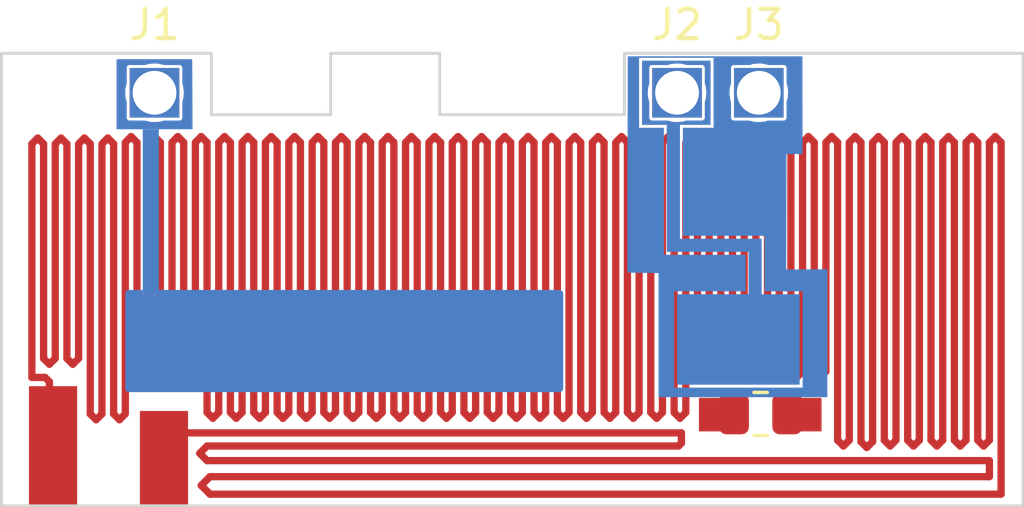
<source format=kicad_pcb>
(kicad_pcb (version 20240108) (generator "pcbnew") (generator_version "8.0")
  (layers (0 "F.Cu" signal) (31 "B.Cu" signal) (34 "B.Paste" user) (35 "F.Paste" user) (36 "B.SilkS" user "B.Silkscreen") (37 "F.SilkS" user "F.Silkscreen") (44 "Edge.Cuts" user))
  (net 0 "")
  (net 4 "C1")
  (net 5 "C2")
  (net 6 "12V")
  (footprint "Resistor_SMD:R_0805_2012Metric" (layer "F.Cu") (at 166.5625 104.65)
    (property "Reference" "R1" (hide yes))
    (property "Value" "100" (hide yes))
    (fp_line (start -0.227064 -0.735) (end 0.227064 -0.735) (stroke (width 0.12)) (layer "F.SilkS"))
    (fp_line (start -0.227064 0.735) (end 0.227064 0.735) (stroke (width 0.12)) (layer "F.SilkS"))
    (pad "1" smd roundrect (at -0.9125 0) (size 1.025 1.4) (layers "F.Cu" "F.Paste" "F.Mask") (roundrect_rratio 0.243902439) (net 4 "C1"))
    (pad "2" smd roundrect (at 0.9125 0) (size 1.025 1.4) (layers "F.Cu" "F.Paste" "F.Mask") (roundrect_rratio 0.243902439) (net 5 "C2"))
  )
  (footprint "MKL:PogoPin_1x01" (layer "F.Cu") (at 145.8 93.65)
    (property "Reference" "J1" (at 0 -2.33 0) (layer "F.SilkS"))
    (property "Value" "Conn_01x01" (hide yes))
    (pad "1" thru_hole rect (at 0 0) (size 1.7 1.7) (drill 1.5) (layers "*.Cu" "*.Mask"))
  )
  (footprint "MKL:PogoPin_1x01" (layer "F.Cu") (at 163.7 93.65)
    (property "Reference" "J2" (at 0 -2.33 0) (layer "F.SilkS"))
    (property "Value" "Conn_01x01" (hide yes))
    (pad "1" thru_hole rect (at 0 0) (size 1.7 1.7) (drill 1.5) (layers "*.Cu" "*.Mask"))
  )
  (footprint "MKL:PogoPin_1x01" (layer "F.Cu") (at 166.5 93.65)
    (property "Reference" "J3" (at 0 -2.33 0) (layer "F.SilkS"))
    (property "Value" "Conn_01x01" (hide yes))
    (pad "1" thru_hole rect (at 0 0) (size 1.7 1.7) (drill 1.5) (layers "*.Cu" "*.Mask"))
  )
  (gr_line (start 151.835296 92.3) (end 151.835296 94.399123) (stroke (width 0.1)) (layer "Edge.Cuts"))
  (gr_line (start 147.748701 94.399123) (end 147.748701 92.3) (stroke (width 0.1)) (layer "Edge.Cuts"))
  (gr_line (start 155.567466 94.399123) (end 155.567466 92.3) (stroke (width 0.1)) (layer "Edge.Cuts"))
  (gr_line (start 175.557598 107.8) (end 175.557598 92.3) (stroke (width 0.1)) (layer "Edge.Cuts"))
  (gr_line (start 140.557598 92.3) (end 140.557598 107.8) (stroke (width 0.1)) (layer "Edge.Cuts"))
  (gr_line (start 147.748701 92.3) (end 140.557598 92.3) (stroke (width 0.1)) (layer "Edge.Cuts"))
  (gr_line (start 151.835296 94.399123) (end 147.748701 94.399123) (stroke (width 0.1)) (layer "Edge.Cuts"))
  (gr_line (start 161.897765 92.3) (end 161.897765 94.399123) (stroke (width 0.1)) (layer "Edge.Cuts"))
  (gr_line (start 155.567466 92.3) (end 151.835296 92.3) (stroke (width 0.1)) (layer "Edge.Cuts"))
  (gr_line (start 161.897765 94.399123) (end 155.567466 94.399123) (stroke (width 0.1)) (layer "Edge.Cuts"))
  (gr_line (start 140.557598 107.8) (end 175.557598 107.8) (stroke (width 0.1)) (layer "Edge.Cuts"))
  (gr_line (start 175.557598 92.3) (end 161.897765 92.3) (stroke (width 0.1)) (layer "Edge.Cuts"))
  (segment (start 163.85 105.65) (end 163.85 105.3) (width 0.25) (layer "F.Cu") (net 6))
  (segment (start 160.4 95.35) (end 160.4 104.6) (width 0.25) (layer "F.Cu") (net 6))
  (segment (start 148.8 95.35) (end 149 95.15) (width 0.25) (layer "F.Cu") (net 6))
  (segment (start 141.8 95.2) (end 142 95.4) (width 0.25) (layer "F.Cu") (net 6))
  (segment (start 165.6 103.25) (end 165.6 95.4) (width 0.25) (layer "F.Cu") (net 6))
  (segment (start 151.6 95.35) (end 151.6 104.6) (width 0.25) (layer "F.Cu") (net 6))
  (segment (start 151.4 95.15) (end 151.6 95.35) (width 0.25) (layer "F.Cu") (net 6))
  (segment (start 172 105.55) (end 172 95.4) (width 0.25) (layer "F.Cu") (net 6))
  (segment (start 142.05 103.4) (end 141.6 103.4) (width 0.25) (layer "F.Cu") (net 6))
  (segment (start 148.6 104.8) (end 148.8 104.6) (width 0.25) (layer "F.Cu") (net 6))
  (segment (start 162.8 95.35) (end 162.8 104.6) (width 0.25) (layer "F.Cu") (net 6))
  (segment (start 164 104.6) (end 164 95.4) (width 0.25) (layer "F.Cu") (net 6))
  (segment (start 172.2 95.15) (end 172.4 95.35) (width 0.25) (layer "F.Cu") (net 6))
  (segment (start 147.35 106) (end 147.6 105.75) (width 0.25) (layer "F.Cu") (net 6))
  (segment (start 153.6 104.6) (end 153.6 95.4) (width 0.25) (layer "F.Cu") (net 6))
  (segment (start 169.8 95.15) (end 170 95.35) (width 0.25) (layer "F.Cu") (net 6))
  (segment (start 162 104.6) (end 162.2 104.8) (width 0.25) (layer "F.Cu") (net 6))
  (segment (start 162.4 95.35) (end 162.6 95.15) (width 0.25) (layer "F.Cu") (net 6))
  (segment (start 156.2 95.15) (end 156.4 95.35) (width 0.25) (layer "F.Cu") (net 6))
  (segment (start 161 95.15) (end 161.2 95.35) (width 0.25) (layer "F.Cu") (net 6))
  (segment (start 174.4 95.35) (end 174.6 95.15) (width 0.25) (layer "F.Cu") (net 6))
  (segment (start 165.2 95.35) (end 165.2 103.25) (width 0.25) (layer "F.Cu") (net 6))
  (segment (start 147.2 95.35) (end 147.4 95.15) (width 0.25) (layer "F.Cu") (net 6))
  (segment (start 171.2 105.55) (end 171.2 95.4) (width 0.25) (layer "F.Cu") (net 6))
  (segment (start 155.6 95.35) (end 155.6 104.6) (width 0.25) (layer "F.Cu") (net 6))
  (segment (start 152 104.6) (end 152 95.4) (width 0.25) (layer "F.Cu") (net 6))
  (segment (start 166 103.2) (end 166.2 103.4) (width 0.25) (layer "F.Cu") (net 6))
  (segment (start 165.2 103.25) (end 165.4 103.45) (width 0.25) (layer "F.Cu") (net 6))
  (segment (start 154 104.6) (end 154.2 104.8) (width 0.25) (layer "F.Cu") (net 6))
  (segment (start 169.2 105.55) (end 169.4 105.75) (width 0.25) (layer "F.Cu") (net 6))
  (segment (start 155 104.8) (end 155.2 104.6) (width 0.25) (layer "F.Cu") (net 6))
  (segment (start 146 95.35) (end 146 103.45) (width 0.25) (layer "F.Cu") (net 6))
  (segment (start 147.7 106.8) (end 174.4 106.8) (width 0.25) (layer "F.Cu") (net 6))
  (segment (start 155.2 95.35) (end 155.4 95.15) (width 0.25) (layer "F.Cu") (net 6))
  (segment (start 163.6 95.35) (end 163.6 104.6) (width 0.25) (layer "F.Cu") (net 6))
  (segment (start 170.6 95.15) (end 170.8 95.35) (width 0.25) (layer "F.Cu") (net 6))
  (segment (start 168.4 103.2) (end 168.6 103.4) (width 0.25) (layer "F.Cu") (net 6))
  (segment (start 168.4 95.35) (end 168.4 103.2) (width 0.25) (layer "F.Cu") (net 6))
  (segment (start 152 95.35) (end 152.2 95.15) (width 0.25) (layer "F.Cu") (net 6))
  (segment (start 156 104.6) (end 156 95.4) (width 0.25) (layer "F.Cu") (net 6))
  (segment (start 160.8 95.35) (end 161 95.15) (width 0.25) (layer "F.Cu") (net 6))
  (segment (start 154.4 95.35) (end 154.6 95.15) (width 0.25) (layer "F.Cu") (net 6))
  (segment (start 161.6 95.35) (end 161.8 95.15) (width 0.25) (layer "F.Cu") (net 6))
  (segment (start 152.4 95.35) (end 152.4 104.6) (width 0.25) (layer "F.Cu") (net 6))
  (segment (start 169.2 95.35) (end 169.2 105.55) (width 0.25) (layer "F.Cu") (net 6))
  (segment (start 159.2 95.35) (end 159.4 95.15) (width 0.25) (layer "F.Cu") (net 6))
  (segment (start 151.2 95.35) (end 151.4 95.15) (width 0.25) (layer "F.Cu") (net 6))
  (segment (start 143.6 95.4) (end 143.6 104.65) (width 0.25) (layer "F.Cu") (net 6))
  (segment (start 157.6 95.35) (end 157.8 95.15) (width 0.25) (layer "F.Cu") (net 6))
  (segment (start 144 95.4) (end 144.2 95.2) (width 0.25) (layer "F.Cu") (net 6))
  (segment (start 155.6 104.6) (end 155.8 104.8) (width 0.25) (layer "F.Cu") (net 6))
  (segment (start 168.8 103.2) (end 168.8 95.4) (width 0.25) (layer "F.Cu") (net 6))
  (segment (start 163 104.8) (end 163.2 104.6) (width 0.25) (layer "F.Cu") (net 6))
  (segment (start 147 103.7) (end 147.2 103.5) (width 0.25) (layer "F.Cu") (net 6))
  (segment (start 143.4 95.2) (end 143.6 95.4) (width 0.25) (layer "F.Cu") (net 6))
  (segment (start 150.8 95.35) (end 150.8 104.6) (width 0.25) (layer "F.Cu") (net 6))
  (segment (start 147.7 107.4) (end 147.4 107.1) (width 0.25) (layer "F.Cu") (net 6))
  (segment (start 153.2 104.6) (end 153.4 104.8) (width 0.25) (layer "F.Cu") (net 6))
  (segment (start 160.2 95.15) (end 160.4 95.35) (width 0.25) (layer "F.Cu") (net 6))
  (segment (start 148.4 104.6) (end 148.6 104.8) (width 0.25) (layer "F.Cu") (net 6))
  (segment (start 166.4 103.2) (end 166.4 95.4) (width 0.25) (layer "F.Cu") (net 6))
  (segment (start 161.6 104.6) (end 161.6 95.4) (width 0.25) (layer "F.Cu") (net 6))
  (segment (start 163.4 95.15) (end 163.6 95.35) (width 0.25) (layer "F.Cu") (net 6))
  (segment (start 165 95.15) (end 165.2 95.35) (width 0.25) (layer "F.Cu") (net 6))
  (segment (start 168 95.35) (end 168.2 95.15) (width 0.25) (layer "F.Cu") (net 6))
  (segment (start 171.6 95.35) (end 171.6 105.55) (width 0.25) (layer "F.Cu") (net 6))
  (segment (start 174.4 106.25) (end 147.6 106.25) (width 0.25) (layer "F.Cu") (net 6))
  (segment (start 152.2 95.15) (end 152.4 95.35) (width 0.25) (layer "F.Cu") (net 6))
  (segment (start 141.6 95.4) (end 141.8 95.2) (width 0.25) (layer "F.Cu") (net 6))
  (segment (start 142 95.4) (end 142 102.75) (width 0.25) (layer "F.Cu") (net 6))
  (segment (start 159.6 95.35) (end 159.6 104.6) (width 0.25) (layer "F.Cu") (net 6))
  (segment (start 163.2 95.35) (end 163.4 95.15) (width 0.25) (layer "F.Cu") (net 6))
  (segment (start 157.2 104.6) (end 157.4 104.8) (width 0.25) (layer "F.Cu") (net 6))
  (segment (start 165.8 95.15) (end 166 95.35) (width 0.25) (layer "F.Cu") (net 6))
  (segment (start 147.4 107.1) (end 147.7 106.8) (width 0.25) (layer "F.Cu") (net 6))
  (segment (start 160.6 104.8) (end 160.8 104.6) (width 0.25) (layer "F.Cu") (net 6))
  (segment (start 158.2 104.8) (end 158.4 104.6) (width 0.25) (layer "F.Cu") (net 6))
  (segment (start 142.8 102.75) (end 143 102.95) (width 0.25) (layer "F.Cu") (net 6))
  (segment (start 145.6 95.35) (end 145.8 95.15) (width 0.25) (layer "F.Cu") (net 6))
  (segment (start 166.6 95.15) (end 166.8 95.35) (width 0.25) (layer "F.Cu") (net 6))
  (segment (start 164.2 95.15) (end 164.4 95.35) (width 0.25) (layer "F.Cu") (net 6))
  (segment (start 159.8 104.8) (end 160 104.6) (width 0.25) (layer "F.Cu") (net 6))
  (segment (start 171.6 105.55) (end 171.8 105.75) (width 0.25) (layer "F.Cu") (net 6))
  (segment (start 146.6 95.15) (end 146.8 95.35) (width 0.25) (layer "F.Cu") (net 6))
  (segment (start 155.2 104.6) (end 155.2 95.4) (width 0.25) (layer "F.Cu") (net 6))
  (segment (start 169.6 95.35) (end 169.8 95.15) (width 0.25) (layer "F.Cu") (net 6))
  (segment (start 148.4 95.35) (end 148.4 104.6) (width 0.25) (layer "F.Cu") (net 6))
  (segment (start 173 95.15) (end 173.2 95.35) (width 0.25) (layer "F.Cu") (net 6))
  (segment (start 154.8 104.6) (end 155 104.8) (width 0.25) (layer "F.Cu") (net 6))
  (segment (start 158.6 95.15) (end 158.8 95.35) (width 0.25) (layer "F.Cu") (net 6))
  (segment (start 157.2 95.35) (end 157.2 104.6) (width 0.25) (layer "F.Cu") (net 6))
  (segment (start 143.2 95.4) (end 143.4 95.2) (width 0.25) (layer "F.Cu") (net 6))
  (segment (start 160 104.6) (end 160 95.4) (width 0.25) (layer "F.Cu") (net 6))
  (segment (start 162.8 104.6) (end 163 104.8) (width 0.25) (layer "F.Cu") (net 6))
  (segment (start 172 95.35) (end 172.2 95.15) (width 0.25) (layer "F.Cu") (net 6))
  (segment (start 145.2 103.45) (end 145.4 103.65) (width 0.25) (layer "F.Cu") (net 6))
  (segment (start 147.6 105.75) (end 163.75 105.75) (width 0.25) (layer "F.Cu") (net 6))
  (segment (start 173.2 95.35) (end 173.2 105.55) (width 0.25) (layer "F.Cu") (net 6))
  (segment (start 158.8 95.35) (end 158.8 104.6) (width 0.25) (layer "F.Cu") (net 6))
  (segment (start 174 105.55) (end 174.2 105.75) (width 0.25) (layer "F.Cu") (net 6))
  (segment (start 145 95.15) (end 145.2 95.35) (width 0.25) (layer "F.Cu") (net 6))
  (segment (start 143.8 104.85) (end 144 104.65) (width 0.25) (layer "F.Cu") (net 6))
  (segment (start 161.4 104.8) (end 161.6 104.6) (width 0.25) (layer "F.Cu") (net 6))
  (segment (start 146 103.45) (end 146.2 103.65) (width 0.25) (layer "F.Cu") (net 6))
  (segment (start 154.4 104.6) (end 154.4 95.4) (width 0.25) (layer "F.Cu") (net 6))
  (segment (start 163.2 104.6) (end 163.2 95.4) (width 0.25) (layer "F.Cu") (net 6))
  (segment (start 172.4 95.35) (end 172.4 105.55) (width 0.25) (layer "F.Cu") (net 6))
  (segment (start 149 95.15) (end 149.2 95.35) (width 0.25) (layer "F.Cu") (net 6))
  (segment (start 157.6 104.6) (end 157.6 95.4) (width 0.25) (layer "F.Cu") (net 6))
  (segment (start 149.8 95.15) (end 150 95.35) (width 0.25) (layer "F.Cu") (net 6))
  (segment (start 164.4 103.25) (end 164.6 103.45) (width 0.25) (layer "F.Cu") (net 6))
  (segment (start 170 95.35) (end 170 105.6) (width 0.25) (layer "F.Cu") (net 6))
  (segment (start 157 95.15) (end 157.2 95.35) (width 0.25) (layer "F.Cu") (net 6))
  (segment (start 161.2 104.6) (end 161.4 104.8) (width 0.25) (layer "F.Cu") (net 6))
  (segment (start 168.2 95.15) (end 168.4 95.35) (width 0.25) (layer "F.Cu") (net 6))
  (segment (start 154.6 95.15) (end 154.8 95.35) (width 0.25) (layer "F.Cu") (net 6))
  (segment (start 163.6 104.6) (end 163.8 104.8) (width 0.25) (layer "F.Cu") (net 6))
  (segment (start 173.2 105.55) (end 173.4 105.75) (width 0.25) (layer "F.Cu") (net 6))
  (segment (start 164.8 103.25) (end 164.8 95.4) (width 0.25) (layer "F.Cu") (net 6))
  (segment (start 141.6 103.4) (end 141.6 95.4) (width 0.25) (layer "F.Cu") (net 6))
  (segment (start 145.8 95.15) (end 146 95.35) (width 0.25) (layer "F.Cu") (net 6))
  (segment (start 159.6 104.6) (end 159.8 104.8) (width 0.25) (layer "F.Cu") (net 6))
  (segment (start 156.6 104.8) (end 156.8 104.6) (width 0.25) (layer "F.Cu") (net 6))
  (segment (start 170.8 95.35) (end 170.8 105.55) (width 0.25) (layer "F.Cu") (net 6))
  (segment (start 168.6 103.4) (end 168.8 103.2) (width 0.25) (layer "F.Cu") (net 6))
  (segment (start 150.8 104.6) (end 151 104.8) (width 0.25) (layer "F.Cu") (net 6))
  (segment (start 156.8 104.6) (end 156.8 95.4) (width 0.25) (layer "F.Cu") (net 6))
  (segment (start 151.8 104.8) (end 152 104.6) (width 0.25) (layer "F.Cu") (net 6))
  (segment (start 166 95.35) (end 166 103.2) (width 0.25) (layer "F.Cu") (net 6))
  (segment (start 163.8 104.8) (end 164 104.6) (width 0.25) (layer "F.Cu") (net 6))
  (segment (start 152.8 104.6) (end 152.8 95.4) (width 0.25) (layer "F.Cu") (net 6))
  (segment (start 168.8 95.35) (end 169 95.15) (width 0.25) (layer "F.Cu") (net 6))
  (segment (start 167.4 95.15) (end 167.6 95.35) (width 0.25) (layer "F.Cu") (net 6))
  (segment (start 159.2 104.6) (end 159.2 95.4) (width 0.25) (layer "F.Cu") (net 6))
  (segment (start 153 95.15) (end 153.2 95.35) (width 0.25) (layer "F.Cu") (net 6))
  (segment (start 162.6 95.15) (end 162.8 95.35) (width 0.25) (layer "F.Cu") (net 6))
  (segment (start 142.4 95.4) (end 142.6 95.2) (width 0.25) (layer "F.Cu") (net 6))
  (segment (start 167.2 103.2) (end 167.2 95.4) (width 0.25) (layer "F.Cu") (net 6))
  (segment (start 145.2 95.35) (end 145.2 103.45) (width 0.25) (layer "F.Cu") (net 6))
  (segment (start 146.8 95.35) (end 146.8 103.5) (width 0.25) (layer "F.Cu") (net 6))
  (segment (start 143.6 104.65) (end 143.8 104.85) (width 0.25) (layer "F.Cu") (net 6))
  (segment (start 144.4 104.65) (end 144.6 104.85) (width 0.25) (layer "F.Cu") (net 6))
  (segment (start 158 95.35) (end 158 104.6) (width 0.25) (layer "F.Cu") (net 6))
  (segment (start 149.2 104.6) (end 149.4 104.8) (width 0.25) (layer "F.Cu") (net 6))
  (segment (start 161.8 95.15) (end 162 95.35) (width 0.25) (layer "F.Cu") (net 6))
  (segment (start 167.2 95.35) (end 167.4 95.15) (width 0.25) (layer "F.Cu") (net 6))
  (segment (start 154.8 95.35) (end 154.8 104.6) (width 0.25) (layer "F.Cu") (net 6))
  (segment (start 150 95.35) (end 150 104.6) (width 0.25) (layer "F.Cu") (net 6))
  (segment (start 147.4 95.15) (end 147.6 95.35) (width 0.25) (layer "F.Cu") (net 6))
  (segment (start 150.4 104.6) (end 150.4 95.4) (width 0.25) (layer "F.Cu") (net 6))
  (segment (start 142.6 95.2) (end 142.8 95.4) (width 0.25) (layer "F.Cu") (net 6))
  (segment (start 147.6 104.6) (end 147.8 104.8) (width 0.25) (layer "F.Cu") (net 6))
  (segment (start 151 104.8) (end 151.2 104.6) (width 0.25) (layer "F.Cu") (net 6))
  (segment (start 173.8 95.15) (end 174 95.35) (width 0.25) (layer "F.Cu") (net 6))
  (segment (start 149.4 104.8) (end 149.6 104.6) (width 0.25) (layer "F.Cu") (net 6))
  (segment (start 170 105.6) (end 170.2 105.8) (width 0.25) (layer "F.Cu") (net 6))
  (segment (start 165.6 95.35) (end 165.8 95.15) (width 0.25) (layer "F.Cu") (net 6))
  (segment (start 168 103.2) (end 168 95.4) (width 0.25) (layer "F.Cu") (net 6))
  (segment (start 149.6 95.35) (end 149.8 95.15) (width 0.25) (layer "F.Cu") (net 6))
  (segment (start 146.8 103.5) (end 147 103.7) (width 0.25) (layer "F.Cu") (net 6))
  (segment (start 174.4 105.55) (end 174.4 95.35) (width 0.25) (layer "F.Cu") (net 6))
  (segment (start 167.6 103.2) (end 167.8 103.4) (width 0.25) (layer "F.Cu") (net 6))
  (segment (start 156.4 104.6) (end 156.6 104.8) (width 0.25) (layer "F.Cu") (net 6))
  (segment (start 158.4 104.6) (end 158.4 95.4) (width 0.25) (layer "F.Cu") (net 6))
  (segment (start 162.2 104.8) (end 162.4 104.6) (width 0.25) (layer "F.Cu") (net 6))
  (segment (start 146.4 103.45) (end 146.4 95.4) (width 0.25) (layer "F.Cu") (net 6))
  (segment (start 161.2 95.35) (end 161.2 104.6) (width 0.25) (layer "F.Cu") (net 6))
  (segment (start 153.4 104.8) (end 153.6 104.6) (width 0.25) (layer "F.Cu") (net 6))
  (segment (start 149.6 104.6) (end 149.6 95.4) (width 0.25) (layer "F.Cu") (net 6))
  (segment (start 151.6 104.6) (end 151.8 104.8) (width 0.25) (layer "F.Cu") (net 6))
  (segment (start 144.8 104.6) (end 144.8 95.4) (width 0.25) (layer "F.Cu") (net 6))
  (segment (start 174.6 95.15) (end 174.8 95.35) (width 0.25) (layer "F.Cu") (net 6))
  (segment (start 170.4 105.6) (end 170.4 95.4) (width 0.25) (layer "F.Cu") (net 6))
  (segment (start 167.6 95.35) (end 167.6 103.2) (width 0.25) (layer "F.Cu") (net 6))
  (segment (start 172.8 95.35) (end 173 95.15) (width 0.25) (layer "F.Cu") (net 6))
  (segment (start 152.6 104.8) (end 152.8 104.6) (width 0.25) (layer "F.Cu") (net 6))
  (segment (start 166.8 95.35) (end 166.8 103.2) (width 0.25) (layer "F.Cu") (net 6))
  (segment (start 174.2 105.75) (end 174.4 105.55) (width 0.25) (layer "F.Cu") (net 6))
  (segment (start 151.2 104.6) (end 151.2 95.4) (width 0.25) (layer "F.Cu") (net 6))
  (segment (start 169.4 105.75) (end 169.6 105.55) (width 0.25) (layer "F.Cu") (net 6))
  (segment (start 153.8 95.15) (end 154 95.35) (width 0.25) (layer "F.Cu") (net 6))
  (segment (start 165.4 103.45) (end 165.6 103.25) (width 0.25) (layer "F.Cu") (net 6))
  (segment (start 142.2 102.95) (end 142.4 102.75) (width 0.25) (layer "F.Cu") (net 6))
  (segment (start 155.8 104.8) (end 156 104.6) (width 0.25) (layer "F.Cu") (net 6))
  (segment (start 166.2 103.4) (end 166.4 103.2) (width 0.25) (layer "F.Cu") (net 6))
  (segment (start 160.4 104.6) (end 160.6 104.8) (width 0.25) (layer "F.Cu") (net 6))
  (segment (start 163.75 105.75) (end 163.85 105.65) (width 0.25) (layer "F.Cu") (net 6))
  (segment (start 166.4 95.35) (end 166.6 95.15) (width 0.25) (layer "F.Cu") (net 6))
  (segment (start 142.8 95.4) (end 142.8 102.75) (width 0.25) (layer "F.Cu") (net 6))
  (segment (start 174.4 106.8) (end 174.4 106.25) (width 0.25) (layer "F.Cu") (net 6))
  (segment (start 154.2 104.8) (end 154.4 104.6) (width 0.25) (layer "F.Cu") (net 6))
  (segment (start 148.8 104.6) (end 148.8 95.4) (width 0.25) (layer "F.Cu") (net 6))
  (segment (start 171.8 105.75) (end 172 105.55) (width 0.25) (layer "F.Cu") (net 6))
  (segment (start 170.4 95.35) (end 170.6 95.15) (width 0.25) (layer "F.Cu") (net 6))
  (segment (start 157.8 95.15) (end 158 95.35) (width 0.25) (layer "F.Cu") (net 6))
  (segment (start 150.2 104.8) (end 150.4 104.6) (width 0.25) (layer "F.Cu") (net 6))
  (segment (start 160 95.35) (end 160.2 95.15) (width 0.25) (layer "F.Cu") (net 6))
  (segment (start 144 104.65) (end 144 95.45) (width 0.25) (layer "F.Cu") (net 6))
  (segment (start 170.2 105.8) (end 170.4 105.6) (width 0.25) (layer "F.Cu") (net 6))
  (segment (start 153.2 95.35) (end 153.2 104.6) (width 0.25) (layer "F.Cu") (net 6))
  (segment (start 144.8 95.35) (end 145 95.15) (width 0.25) (layer "F.Cu") (net 6))
  (segment (start 152.4 104.6) (end 152.6 104.8) (width 0.25) (layer "F.Cu") (net 6))
  (segment (start 169 95.15) (end 169.2 95.35) (width 0.25) (layer "F.Cu") (net 6))
  (segment (start 143 102.95) (end 143.2 102.75) (width 0.25) (layer "F.Cu") (net 6))
  (segment (start 159 104.8) (end 159.2 104.6) (width 0.25) (layer "F.Cu") (net 6))
  (segment (start 173.6 95.35) (end 173.8 95.15) (width 0.25) (layer "F.Cu") (net 6))
  (segment (start 144.4 95.4) (end 144.4 104.65) (width 0.25) (layer "F.Cu") (net 6))
  (segment (start 163.85 105.3) (end 146.7 105.3) (width 0.25) (layer "F.Cu") (net 6))
  (segment (start 162 95.35) (end 162 104.6) (width 0.25) (layer "F.Cu") (net 6))
  (segment (start 149.2 95.35) (end 149.2 104.6) (width 0.25) (layer "F.Cu") (net 6))
  (segment (start 158 104.6) (end 158.2 104.8) (width 0.25) (layer "F.Cu") (net 6))
  (segment (start 144.6 104.85) (end 144.8 104.65) (width 0.25) (layer "F.Cu") (net 6))
  (segment (start 146.4 95.35) (end 146.6 95.15) (width 0.25) (layer "F.Cu") (net 6))
  (segment (start 144.2 95.2) (end 144.4 95.4) (width 0.25) (layer "F.Cu") (net 6))
  (segment (start 170.8 105.55) (end 171 105.75) (width 0.25) (layer "F.Cu") (net 6))
  (segment (start 173.4 105.75) (end 173.6 105.55) (width 0.25) (layer "F.Cu") (net 6))
  (segment (start 172.6 105.75) (end 172.8 105.55) (width 0.25) (layer "F.Cu") (net 6))
  (segment (start 148.2 95.15) (end 148.4 95.35) (width 0.25) (layer "F.Cu") (net 6))
  (segment (start 169.6 105.55) (end 169.6 95.4) (width 0.25) (layer "F.Cu") (net 6))
  (segment (start 157.4 104.8) (end 157.6 104.6) (width 0.25) (layer "F.Cu") (net 6))
  (segment (start 154 95.35) (end 154 104.6) (width 0.25) (layer "F.Cu") (net 6))
  (segment (start 171 105.75) (end 171.2 105.55) (width 0.25) (layer "F.Cu") (net 6))
  (segment (start 143.2 102.75) (end 143.2 95.45) (width 0.25) (layer "F.Cu") (net 6))
  (segment (start 171.4 95.15) (end 171.6 95.35) (width 0.25) (layer "F.Cu") (net 6))
  (segment (start 173.6 105.55) (end 173.6 95.35) (width 0.25) (layer "F.Cu") (net 6))
  (segment (start 147.6 106.25) (end 147.35 106) (width 0.25) (layer "F.Cu") (net 6))
  (segment (start 153.6 95.35) (end 153.8 95.15) (width 0.25) (layer "F.Cu") (net 6))
  (segment (start 174.8 107.4) (end 147.7 107.4) (width 0.25) (layer "F.Cu") (net 6))
  (segment (start 172.8 105.55) (end 172.8 95.4) (width 0.25) (layer "F.Cu") (net 6))
  (segment (start 148 104.6) (end 148 95.4) (width 0.25) (layer "F.Cu") (net 6))
  (segment (start 147.8 104.8) (end 148 104.6) (width 0.25) (layer "F.Cu") (net 6))
  (segment (start 156 95.35) (end 156.2 95.15) (width 0.25) (layer "F.Cu") (net 6))
  (segment (start 162.4 104.6) (end 162.4 95.4) (width 0.25) (layer "F.Cu") (net 6))
  (segment (start 156.8 95.35) (end 157 95.15) (width 0.25) (layer "F.Cu") (net 6))
  (segment (start 164.8 95.35) (end 165 95.15) (width 0.25) (layer "F.Cu") (net 6))
  (segment (start 159.4 95.15) (end 159.6 95.35) (width 0.25) (layer "F.Cu") (net 6))
  (segment (start 167 103.4) (end 167.2 103.2) (width 0.25) (layer "F.Cu") (net 6))
  (segment (start 160.8 104.6) (end 160.8 95.4) (width 0.25) (layer "F.Cu") (net 6))
  (segment (start 142.4 102.75) (end 142.4 95.45) (width 0.25) (layer "F.Cu") (net 6))
  (segment (start 174 95.35) (end 174 105.55) (width 0.25) (layer "F.Cu") (net 6))
  (segment (start 152.8 95.35) (end 153 95.15) (width 0.25) (layer "F.Cu") (net 6))
  (segment (start 164 95.35) (end 164.2 95.15) (width 0.25) (layer "F.Cu") (net 6))
  (segment (start 158.4 95.35) (end 158.6 95.15) (width 0.25) (layer "F.Cu") (net 6))
  (segment (start 174.8 95.35) (end 174.8 107.4) (width 0.25) (layer "F.Cu") (net 6))
  (segment (start 164.4 95.35) (end 164.4 103.25) (width 0.25) (layer "F.Cu") (net 6))
  (segment (start 147.2 103.5) (end 147.2 95.4) (width 0.25) (layer "F.Cu") (net 6))
  (segment (start 166.8 103.2) (end 167 103.4) (width 0.25) (layer "F.Cu") (net 6))
  (segment (start 155.4 95.15) (end 155.6 95.35) (width 0.25) (layer "F.Cu") (net 6))
  (segment (start 156.4 95.35) (end 156.4 104.6) (width 0.25) (layer "F.Cu") (net 6))
  (segment (start 172.4 105.55) (end 172.6 105.75) (width 0.25) (layer "F.Cu") (net 6))
  (segment (start 145.6 103.45) (end 145.6 95.4) (width 0.25) (layer "F.Cu") (net 6))
  (segment (start 171.2 95.35) (end 171.4 95.15) (width 0.25) (layer "F.Cu") (net 6))
  (segment (start 167.8 103.4) (end 168 103.2) (width 0.25) (layer "F.Cu") (net 6))
  (segment (start 146.2 103.65) (end 146.4 103.45) (width 0.25) (layer "F.Cu") (net 6))
  (segment (start 142.2 103.55) (end 142.05 103.4) (width 0.25) (layer "F.Cu") (net 6))
  (segment (start 142.2 104) (end 142.2 103.55) (width 0.25) (layer "F.Cu") (net 6))
  (segment (start 150.6 95.15) (end 150.8 95.35) (width 0.25) (layer "F.Cu") (net 6))
  (segment (start 150 104.6) (end 150.2 104.8) (width 0.25) (layer "F.Cu") (net 6))
  (segment (start 158.8 104.6) (end 159 104.8) (width 0.25) (layer "F.Cu") (net 6))
  (segment (start 142 102.75) (end 142.2 102.95) (width 0.25) (layer "F.Cu") (net 6))
  (segment (start 150.4 95.35) (end 150.6 95.15) (width 0.25) (layer "F.Cu") (net 6))
  (segment (start 148 95.35) (end 148.2 95.15) (width 0.25) (layer "F.Cu") (net 6))
  (segment (start 147.6 95.35) (end 147.6 104.6) (width 0.25) (layer "F.Cu") (net 6))
  (segment (start 145.4 103.65) (end 145.6 103.45) (width 0.25) (layer "F.Cu") (net 6))
  (segment (start 164.6 103.45) (end 164.8 103.25) (width 0.25) (layer "F.Cu") (net 6))
  (zone (net 4) (net_name "C1") (layer "F.Cu") (priority 6) (connect_pads yes (clearance 0)) (min_thickness 0.03) (fill yes (thermal_gap 0.5) (thermal_bridge_width 0.5) (island_removal_mode 1) (island_area_min 10))
    (polygon (pts (xy 164.45 104.1) (xy 164.45 105.25) (xy 165.45 105.25) (xy 165.45 104.1)))
  )
  (zone (net 6) (net_name "12V") (layer "F.Cu") (priority 4) (connect_pads yes (clearance 0)) (min_thickness 0.03) (fill yes (thermal_gap 0.2) (thermal_bridge_width 0.2) (island_removal_mode 1) (island_area_min 10))
    (polygon (pts (xy 141.5 107.8) (xy 143.15 107.8) (xy 143.15 103.7) (xy 141.5 103.7)))
  )
  (zone (net 5) (net_name "C2") (layer "F.Cu") (priority 6) (connect_pads yes (clearance 0)) (min_thickness 0.03) (fill yes (thermal_gap 0.5) (thermal_bridge_width 0.5) (island_removal_mode 1) (island_area_min 10))
    (polygon (pts (xy 167.75 104.1) (xy 167.75 105.25) (xy 168.65 105.25) (xy 168.65 104.1)))
  )
  (zone (net 6) (net_name "12V") (layer "F.Cu") (priority 4) (connect_pads yes (clearance 0)) (min_thickness 0.03) (fill yes (thermal_gap 0.2) (thermal_bridge_width 0.2) (island_removal_mode 1) (island_area_min 10))
    (polygon (pts (xy 145.3 107.75) (xy 146.95 107.75) (xy 146.95 104.55) (xy 145.3 104.55)))
  )
  (zone (net 0) (net_name "") (layer "B.Cu") (priority 1) (connect_pads (clearance 0)) (min_thickness 0.25) (fill yes (thermal_gap 0.5) (thermal_bridge_width 0.5) (island_removal_mode 1) (island_area_min 10))
    (polygon (pts (xy 144.8 103.904822) (xy 159.8 103.904822) (xy 159.8 100.404822) (xy 148.489543 100.404822) (xy 144.8 100.404822)))
  )
  (zone (net 0) (net_name "") (layer "B.Cu") (connect_pads (clearance 0)) (min_thickness 0.03)
    (keepout (tracks not_allowed) (vias not_allowed) (pads not_allowed) (copperpour not_allowed) (footprints not_allowed))
    (fill (thermal_gap 0.5) (thermal_bridge_width 0.5) (island_removal_mode 1) (island_area_min 10))
    (polygon (pts (xy 163.25 98.45) (xy 163.35 98.45) (xy 163.35 94.75) (xy 163.25 94.75)))
  )
  (zone (net 0) (net_name "") (layer "B.Cu") (connect_pads (clearance 0)) (min_thickness 0.03) (fill yes (thermal_gap 0.2) (thermal_bridge_width 0.2) (island_removal_mode 1) (island_area_min 10))
    (polygon (pts (xy 147.103941 94.9) (xy 147.092217 92.5) (xy 144.5 92.5) (xy 144.5 94.9)))
  )
  (zone (net 0) (net_name "") (layer "B.Cu") (connect_pads (clearance 0)) (min_thickness 0.03)
    (keepout (tracks not_allowed) (vias not_allowed) (pads not_allowed) (copperpour not_allowed) (footprints not_allowed))
    (fill (thermal_gap 0.5) (thermal_bridge_width 0.5) (island_removal_mode 1) (island_area_min 10))
    (polygon (pts (xy 162.4 94.75) (xy 163.25 94.75) (xy 163.25 94.85) (xy 162.4 94.85)))
  )
  (zone (net 0) (net_name "") (layer "B.Cu") (connect_pads (clearance 0)) (min_thickness 0.03)
    (keepout (tracks not_allowed) (vias not_allowed) (pads not_allowed) (copperpour not_allowed) (footprints not_allowed))
    (fill (thermal_gap 0.5) (thermal_bridge_width 0.5) (island_removal_mode 1) (island_area_min 10))
    (polygon (pts (xy 162.4 92.45) (xy 164.85 92.45) (xy 164.85 92.55) (xy 162.4 92.55)))
  )
  (zone (net 0) (net_name "") (layer "B.Cu") (connect_pads (clearance 0)) (min_thickness 0.03)
    (keepout (tracks not_allowed) (vias not_allowed) (pads not_allowed) (copperpour not_allowed) (footprints not_allowed))
    (fill (thermal_gap 0.5) (thermal_bridge_width 0.5) (island_removal_mode 1) (island_area_min 10))
    (polygon (pts (xy 163.8 98.55) (xy 163.9 98.55) (xy 163.9 94.85) (xy 163.8 94.85)))
  )
  (zone (net 0) (net_name "") (layer "B.Cu") (connect_pads (clearance 0)) (min_thickness 0.03)
    (keepout (tracks not_allowed) (vias not_allowed) (pads not_allowed) (copperpour not_allowed) (footprints not_allowed))
    (fill (thermal_gap 0.5) (thermal_bridge_width 0.5) (island_removal_mode 1) (island_area_min 10))
    (polygon (pts (xy 166.6 98.65) (xy 166.6 98.55) (xy 163.8 98.55) (xy 163.8 98.65)))
  )
  (zone (net 0) (net_name "") (layer "B.Cu") (connect_pads (clearance 0)) (min_thickness 0.03)
    (keepout (tracks not_allowed) (vias not_allowed) (pads not_allowed) (copperpour not_allowed) (footprints not_allowed))
    (fill (thermal_gap 0.5) (thermal_bridge_width 0.5) (island_removal_mode 1) (island_area_min 10))
    (polygon (pts (xy 164.95 92.45) (xy 164.95 94.85) (xy 164.85 94.85) (xy 164.85 92.45)))
  )
  (zone (net 0) (net_name "") (layer "B.Cu") (connect_pads (clearance 0)) (min_thickness 0.03)
    (keepout (tracks not_allowed) (vias not_allowed) (pads not_allowed) (copperpour not_allowed) (footprints not_allowed))
    (fill (thermal_gap 0.5) (thermal_bridge_width 0.5) (island_removal_mode 1) (island_area_min 10))
    (polygon (pts (xy 163.7 103.65) (xy 163.7 103.75) (xy 167.9 103.75) (xy 167.9 103.65)))
  )
  (zone (net 0) (net_name "") (layer "B.Cu") (connect_pads (clearance 0)) (min_thickness 0.03)
    (keepout (tracks not_allowed) (vias not_allowed) (pads not_allowed) (copperpour not_allowed) (footprints not_allowed))
    (fill (thermal_gap 0.5) (thermal_bridge_width 0.5) (island_removal_mode 1) (island_area_min 10))
    (polygon (pts (xy 165.3 100.45) (xy 165.3 100.55) (xy 166.05 100.55) (xy 166.05 100.45)))
  )
  (zone (net 0) (net_name "") (layer "B.Cu") (connect_pads (clearance 0)) (min_thickness 0.03)
    (keepout (tracks not_allowed) (vias not_allowed) (pads not_allowed) (copperpour not_allowed) (footprints not_allowed))
    (fill (thermal_gap 0.5) (thermal_bridge_width 0.5) (island_removal_mode 1) (island_area_min 10))
    (polygon (pts (xy 163.7 100.55) (xy 163.6 100.55) (xy 163.6 103.75) (xy 163.7 103.75)))
  )
  (zone (net 0) (net_name "") (layer "B.Cu") (priority 3) (connect_pads (clearance 0)) (min_thickness 0.03) (fill yes (thermal_gap 0.2) (thermal_bridge_width 0.2) (island_removal_mode 1) (island_area_min 10))
    (polygon (pts (xy 162.012592 92.4) (xy 162 97.419835) (xy 162 99.809671) (xy 163.063953 99.827242) (xy 163.063953 104.077242) (xy 168.85 104.077242) (xy 168.85 99.692613) (xy 167.437872 99.705831) (xy 167.448553 95.748641) (xy 168 95.75) (xy 167.995604 92.4)))
  )
  (zone (net 0) (net_name "") (layer "B.Cu") (connect_pads (clearance 0)) (min_thickness 0.03)
    (keepout (tracks not_allowed) (vias not_allowed) (pads not_allowed) (copperpour not_allowed) (footprints not_allowed))
    (fill (thermal_gap 0.5) (thermal_bridge_width 0.5) (island_removal_mode 1) (island_area_min 10))
    (polygon (pts (xy 168 100.55) (xy 167.9 100.55) (xy 167.9 103.75) (xy 168 103.75)))
  )
  (zone (net 0) (net_name "") (layer "B.Cu") (connect_pads (clearance 0)) (min_thickness 0.03)
    (keepout (tracks not_allowed) (vias not_allowed) (pads not_allowed) (copperpour not_allowed) (footprints not_allowed))
    (fill (thermal_gap 0.5) (thermal_bridge_width 0.5) (island_removal_mode 1) (island_area_min 10))
    (polygon (pts (xy 163.8 94.75) (xy 164.85 94.75) (xy 164.85 94.85) (xy 163.8 94.85)))
  )
  (zone (net 0) (net_name "") (layer "B.Cu") (priority 2) (connect_pads (clearance 0)) (min_thickness 0.03) (fill yes (thermal_gap 0.2) (thermal_bridge_width 0.2) (island_removal_mode 1) (island_area_min 10))
    (polygon (pts (xy 145.4 94.9) (xy 145.4 100.55) (xy 145.95 100.55) (xy 145.95 94.9)))
  )
  (zone (net 0) (net_name "") (layer "B.Cu") (connect_pads (clearance 0)) (min_thickness 0.03)
    (keepout (tracks not_allowed) (vias not_allowed) (pads not_allowed) (copperpour not_allowed) (footprints not_allowed))
    (fill (thermal_gap 0.5) (thermal_bridge_width 0.5) (island_removal_mode 1) (island_area_min 10))
    (polygon (pts (xy 166.15 99.2) (xy 166.15 99.1) (xy 163.25 99.1) (xy 163.25 99.2)))
  )
  (zone (net 0) (net_name "") (layer "B.Cu") (connect_pads (clearance 0)) (min_thickness 0.03)
    (keepout (tracks not_allowed) (vias not_allowed) (pads not_allowed) (copperpour not_allowed) (footprints not_allowed))
    (fill (thermal_gap 0.5) (thermal_bridge_width 0.5) (island_removal_mode 1) (island_area_min 10))
    (polygon (pts (xy 166.15 99.2) (xy 166.05 99.2) (xy 166.05 100.55) (xy 166.15 100.55)))
  )
  (zone (net 0) (net_name "") (layer "B.Cu") (connect_pads (clearance 0)) (min_thickness 0.03)
    (keepout (tracks not_allowed) (vias not_allowed) (pads not_allowed) (copperpour not_allowed) (footprints not_allowed))
    (fill (thermal_gap 0.5) (thermal_bridge_width 0.5) (island_removal_mode 1) (island_area_min 10))
    (polygon (pts (xy 166.7 100.45) (xy 166.7 100.55) (xy 168 100.55) (xy 168 100.45)))
  )
  (zone (net 0) (net_name "") (layer "B.Cu") (connect_pads (clearance 0)) (min_thickness 0.03)
    (keepout (tracks not_allowed) (vias not_allowed) (pads not_allowed) (copperpour not_allowed) (footprints not_allowed))
    (fill (thermal_gap 0.5) (thermal_bridge_width 0.5) (island_removal_mode 1) (island_area_min 10))
    (polygon (pts (xy 165.3 100.45) (xy 163.6 100.45) (xy 163.6 100.55) (xy 165.3 100.55)))
  )
  (zone (net 0) (net_name "") (layer "B.Cu") (connect_pads (clearance 0)) (min_thickness 0.03)
    (keepout (tracks not_allowed) (vias not_allowed) (pads not_allowed) (copperpour not_allowed) (footprints not_allowed))
    (fill (thermal_gap 0.5) (thermal_bridge_width 0.5) (island_removal_mode 1) (island_area_min 10))
    (polygon (pts (xy 162.4 92.7) (xy 162.4 92.55) (xy 162.5 92.55) (xy 162.5 92.7)))
  )
  (zone (net 0) (net_name "") (layer "B.Cu") (connect_pads (clearance 0)) (min_thickness 0.03)
    (keepout (tracks not_allowed) (vias not_allowed) (pads not_allowed) (copperpour not_allowed) (footprints not_allowed))
    (fill (thermal_gap 0.5) (thermal_bridge_width 0.5) (island_removal_mode 1) (island_area_min 10))
    (polygon (pts (xy 166.7 98.55) (xy 166.6 98.55) (xy 166.6 100.55) (xy 166.7 100.55)))
  )
  (zone (net 0) (net_name "") (layer "B.Cu") (connect_pads (clearance 0)) (min_thickness 0.03)
    (keepout (tracks not_allowed) (vias not_allowed) (pads not_allowed) (copperpour not_allowed) (footprints not_allowed))
    (fill (thermal_gap 0.5) (thermal_bridge_width 0.5) (island_removal_mode 1) (island_area_min 10))
    (polygon (pts (xy 162.5 92.7) (xy 162.5 94.75) (xy 162.4 94.75) (xy 162.4 92.7)))
  )
  (zone (net 0) (net_name "") (layer "B.Cu") (connect_pads (clearance 0)) (min_thickness 0.03)
    (keepout (tracks not_allowed) (vias not_allowed) (pads not_allowed) (copperpour not_allowed) (footprints not_allowed))
    (fill (thermal_gap 0.5) (thermal_bridge_width 0.5) (island_removal_mode 1) (island_area_min 10))
    (polygon (pts (xy 163.35 98.45) (xy 163.25 98.45) (xy 163.25 99.1) (xy 163.35 99.1)))
  )
)
</source>
